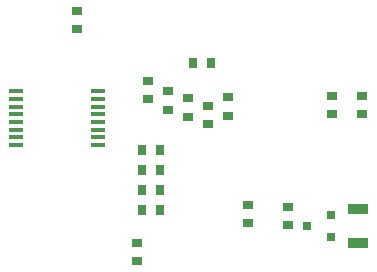
<source format=gbr>
G04 #@! TF.FileFunction,Paste,Top*
%FSLAX46Y46*%
G04 Gerber Fmt 4.6, Leading zero omitted, Abs format (unit mm)*
G04 Created by KiCad (PCBNEW 4.0.6-e0-6349~53~ubuntu14.04.1) date Mon Mar 27 22:54:08 2017*
%MOMM*%
%LPD*%
G01*
G04 APERTURE LIST*
%ADD10C,0.100000*%
%ADD11R,1.700000X0.900000*%
%ADD12R,0.864000X0.787000*%
%ADD13R,0.800100X0.800100*%
%ADD14R,0.787000X0.864000*%
%ADD15R,1.200000X0.400000*%
G04 APERTURE END LIST*
D10*
D11*
X157325000Y-90950000D03*
X157325000Y-88050000D03*
D12*
X151425000Y-89474500D03*
X151425000Y-87925500D03*
D13*
X155025760Y-90450000D03*
X155025760Y-88550000D03*
X153026780Y-89500000D03*
D12*
X155125000Y-80074500D03*
X155125000Y-78525500D03*
X148025000Y-87725500D03*
X148025000Y-89274500D03*
X144625000Y-79325500D03*
X144625000Y-80874500D03*
X157625000Y-80074500D03*
X157625000Y-78525500D03*
X133525000Y-71325500D03*
X133525000Y-72874500D03*
X142925000Y-78725500D03*
X142925000Y-80274500D03*
D14*
X143350500Y-75700000D03*
X144899500Y-75700000D03*
D12*
X138625000Y-90925500D03*
X138625000Y-92474500D03*
X139525000Y-77225500D03*
X139525000Y-78774500D03*
X146325000Y-78625500D03*
X146325000Y-80174500D03*
X141225000Y-78125500D03*
X141225000Y-79674500D03*
D14*
X139050500Y-86500000D03*
X140599500Y-86500000D03*
X139050500Y-88200000D03*
X140599500Y-88200000D03*
X139050500Y-84800000D03*
X140599500Y-84800000D03*
X139050500Y-83100000D03*
X140599500Y-83100000D03*
D15*
X128375000Y-78125000D03*
X128375000Y-78775000D03*
X128375000Y-79425000D03*
X128375000Y-80075000D03*
X128375000Y-80725000D03*
X128375000Y-81375000D03*
X128375000Y-82025000D03*
X128375000Y-82675000D03*
X135275000Y-82675000D03*
X135275000Y-82025000D03*
X135275000Y-81375000D03*
X135275000Y-80725000D03*
X135275000Y-80075000D03*
X135275000Y-79425000D03*
X135275000Y-78775000D03*
X135275000Y-78125000D03*
M02*

</source>
